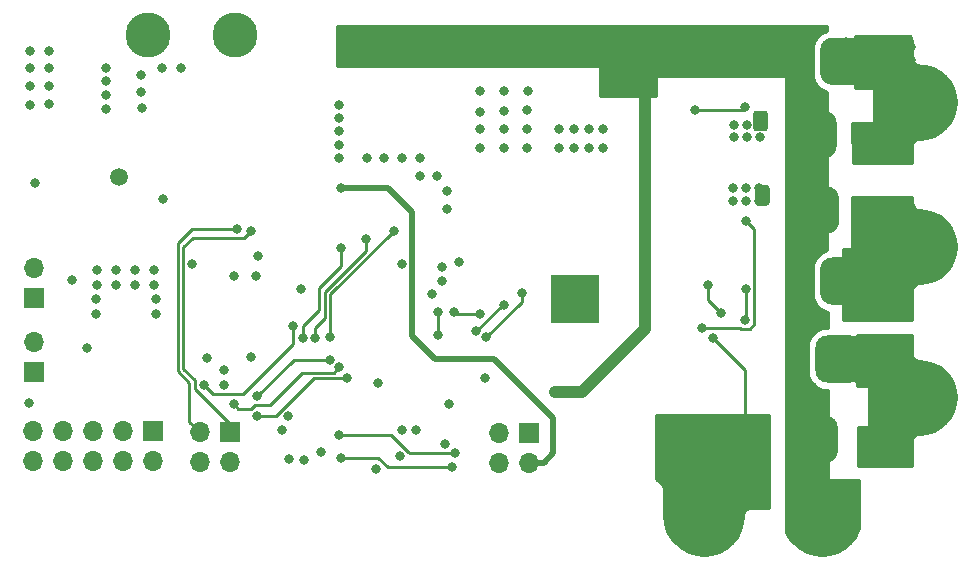
<source format=gbr>
%TF.GenerationSoftware,KiCad,Pcbnew,(5.1.6)-1*%
%TF.CreationDate,2021-03-31T23:30:28+02:00*%
%TF.ProjectId,DRIVER_8323_based,44524956-4552-45f3-9833-32335f626173,rev?*%
%TF.SameCoordinates,Original*%
%TF.FileFunction,Copper,L4,Bot*%
%TF.FilePolarity,Positive*%
%FSLAX46Y46*%
G04 Gerber Fmt 4.6, Leading zero omitted, Abs format (unit mm)*
G04 Created by KiCad (PCBNEW (5.1.6)-1) date 2021-03-31 23:30:28*
%MOMM*%
%LPD*%
G01*
G04 APERTURE LIST*
%TA.AperFunction,ComponentPad*%
%ADD10O,1.700000X1.700000*%
%TD*%
%TA.AperFunction,ComponentPad*%
%ADD11R,1.700000X1.700000*%
%TD*%
%TA.AperFunction,ComponentPad*%
%ADD12C,3.800000*%
%TD*%
%TA.AperFunction,ComponentPad*%
%ADD13C,5.400000*%
%TD*%
%TA.AperFunction,Conductor*%
%ADD14R,4.150000X4.150000*%
%TD*%
%TA.AperFunction,ViaPad*%
%ADD15C,0.500000*%
%TD*%
%TA.AperFunction,ViaPad*%
%ADD16C,0.800000*%
%TD*%
%TA.AperFunction,ViaPad*%
%ADD17C,1.500000*%
%TD*%
%TA.AperFunction,Conductor*%
%ADD18C,0.250000*%
%TD*%
%TA.AperFunction,Conductor*%
%ADD19C,1.000000*%
%TD*%
%TA.AperFunction,Conductor*%
%ADD20C,0.500000*%
%TD*%
%TA.AperFunction,Conductor*%
%ADD21C,0.254000*%
%TD*%
G04 APERTURE END LIST*
%TO.P,C26,2*%
%TO.N,GND*%
%TA.AperFunction,SMDPad,CuDef*%
G36*
G01*
X146175000Y-51225000D02*
X146175000Y-52475000D01*
G75*
G02*
X145925000Y-52725000I-250000J0D01*
G01*
X145175000Y-52725000D01*
G75*
G02*
X144925000Y-52475000I0J250000D01*
G01*
X144925000Y-51225000D01*
G75*
G02*
X145175000Y-50975000I250000J0D01*
G01*
X145925000Y-50975000D01*
G75*
G02*
X146175000Y-51225000I0J-250000D01*
G01*
G37*
%TD.AperFunction*%
%TO.P,C26,1*%
%TO.N,+48V*%
%TA.AperFunction,SMDPad,CuDef*%
G36*
G01*
X148975000Y-51225000D02*
X148975000Y-52475000D01*
G75*
G02*
X148725000Y-52725000I-250000J0D01*
G01*
X147975000Y-52725000D01*
G75*
G02*
X147725000Y-52475000I0J250000D01*
G01*
X147725000Y-51225000D01*
G75*
G02*
X147975000Y-50975000I250000J0D01*
G01*
X148725000Y-50975000D01*
G75*
G02*
X148975000Y-51225000I0J-250000D01*
G01*
G37*
%TD.AperFunction*%
%TD*%
%TO.P,C25,2*%
%TO.N,GND*%
%TA.AperFunction,SMDPad,CuDef*%
G36*
G01*
X146125000Y-80475000D02*
X146125000Y-81725000D01*
G75*
G02*
X145875000Y-81975000I-250000J0D01*
G01*
X145125000Y-81975000D01*
G75*
G02*
X144875000Y-81725000I0J250000D01*
G01*
X144875000Y-80475000D01*
G75*
G02*
X145125000Y-80225000I250000J0D01*
G01*
X145875000Y-80225000D01*
G75*
G02*
X146125000Y-80475000I0J-250000D01*
G01*
G37*
%TD.AperFunction*%
%TO.P,C25,1*%
%TO.N,+48V*%
%TA.AperFunction,SMDPad,CuDef*%
G36*
G01*
X148925000Y-80475000D02*
X148925000Y-81725000D01*
G75*
G02*
X148675000Y-81975000I-250000J0D01*
G01*
X147925000Y-81975000D01*
G75*
G02*
X147675000Y-81725000I0J250000D01*
G01*
X147675000Y-80475000D01*
G75*
G02*
X147925000Y-80225000I250000J0D01*
G01*
X148675000Y-80225000D01*
G75*
G02*
X148925000Y-80475000I0J-250000D01*
G01*
G37*
%TD.AperFunction*%
%TD*%
%TO.P,C24,2*%
%TO.N,GND*%
%TA.AperFunction,SMDPad,CuDef*%
G36*
G01*
X146325000Y-57525000D02*
X146325000Y-58775000D01*
G75*
G02*
X146075000Y-59025000I-250000J0D01*
G01*
X145325000Y-59025000D01*
G75*
G02*
X145075000Y-58775000I0J250000D01*
G01*
X145075000Y-57525000D01*
G75*
G02*
X145325000Y-57275000I250000J0D01*
G01*
X146075000Y-57275000D01*
G75*
G02*
X146325000Y-57525000I0J-250000D01*
G01*
G37*
%TD.AperFunction*%
%TO.P,C24,1*%
%TO.N,+48V*%
%TA.AperFunction,SMDPad,CuDef*%
G36*
G01*
X149125000Y-57525000D02*
X149125000Y-58775000D01*
G75*
G02*
X148875000Y-59025000I-250000J0D01*
G01*
X148125000Y-59025000D01*
G75*
G02*
X147875000Y-58775000I0J250000D01*
G01*
X147875000Y-57525000D01*
G75*
G02*
X148125000Y-57275000I250000J0D01*
G01*
X148875000Y-57275000D01*
G75*
G02*
X149125000Y-57525000I0J-250000D01*
G01*
G37*
%TD.AperFunction*%
%TD*%
D10*
%TO.P,J6,2*%
%TO.N,GND*%
X84000000Y-64260000D03*
D11*
%TO.P,J6,1*%
%TO.N,+3V3*%
X84000000Y-66800000D03*
%TD*%
D10*
%TO.P,J2,2*%
%TO.N,USART1_TX*%
X84000000Y-70560000D03*
D11*
%TO.P,J2,1*%
%TO.N,USART1_RX*%
X84000000Y-73100000D03*
%TD*%
D10*
%TO.P,J5,10*%
%TO.N,NRST*%
X83990000Y-80640000D03*
%TO.P,J5,9*%
%TO.N,GND*%
X83990000Y-78100000D03*
%TO.P,J5,8*%
%TO.N,Net-(J5-Pad8)*%
X86530000Y-80640000D03*
%TO.P,J5,7*%
%TO.N,Net-(J5-Pad7)*%
X86530000Y-78100000D03*
%TO.P,J5,6*%
%TO.N,SWO*%
X89070000Y-80640000D03*
%TO.P,J5,5*%
%TO.N,GND*%
X89070000Y-78100000D03*
%TO.P,J5,4*%
%TO.N,SWCLK*%
X91610000Y-80640000D03*
%TO.P,J5,3*%
%TO.N,GND*%
X91610000Y-78100000D03*
%TO.P,J5,2*%
%TO.N,SWDIO*%
X94150000Y-80640000D03*
D11*
%TO.P,J5,1*%
%TO.N,+3V3*%
X94150000Y-78100000D03*
%TD*%
D10*
%TO.P,J3,4*%
%TO.N,GND*%
X98060000Y-80740000D03*
%TO.P,J3,3*%
%TO.N,i2c1_SCL*%
X98060000Y-78200000D03*
%TO.P,J3,2*%
%TO.N,+3V3*%
X100600000Y-80740000D03*
D11*
%TO.P,J3,1*%
%TO.N,i2c1_SDA*%
X100600000Y-78200000D03*
%TD*%
D10*
%TO.P,J1,4*%
%TO.N,GND*%
X123410000Y-80800000D03*
%TO.P,J1,3*%
%TO.N,encoder_1*%
X123410000Y-78260000D03*
%TO.P,J1,2*%
%TO.N,+12V*%
X125950000Y-80800000D03*
D11*
%TO.P,J1,1*%
%TO.N,encoder_2*%
X125950000Y-78260000D03*
%TD*%
D12*
%TO.P,H7,1*%
%TO.N,GND*%
X101100000Y-44600000D03*
%TD*%
%TO.P,H6,1*%
%TO.N,+12V*%
X93700000Y-44600000D03*
%TD*%
D13*
%TO.P,H5,1*%
%TO.N,SHC*%
X159000000Y-50250000D03*
%TD*%
%TO.P,H4,1*%
%TO.N,SHB*%
X159000000Y-62500000D03*
%TD*%
%TO.P,H3,1*%
%TO.N,SHA*%
X159000000Y-75000000D03*
%TD*%
%TO.P,H2,1*%
%TO.N,GND*%
X140700000Y-85200000D03*
%TD*%
%TO.P,H1,1*%
%TO.N,+48V*%
X150700000Y-85200000D03*
%TD*%
D14*
%TO.N,GND*%
%TO.C,U2*%
X129880000Y-66879216D03*
D15*
X130905000Y-65854216D03*
X130905000Y-66879216D03*
X130905000Y-67904216D03*
X129880000Y-65854216D03*
X129880000Y-66879216D03*
X129880000Y-67904216D03*
X128855000Y-65854216D03*
X128855000Y-66879216D03*
X128855000Y-67904216D03*
%TD*%
%TO.P,J14,1*%
%TO.N,SHC*%
%TA.AperFunction,SMDPad,CuDef*%
G36*
G01*
X150600000Y-47800000D02*
X150600000Y-45800000D01*
G75*
G02*
X151600000Y-44800000I1000000J0D01*
G01*
X153600000Y-44800000D01*
G75*
G02*
X154600000Y-45800000I0J-1000000D01*
G01*
X154600000Y-47800000D01*
G75*
G02*
X153600000Y-48800000I-1000000J0D01*
G01*
X151600000Y-48800000D01*
G75*
G02*
X150600000Y-47800000I0J1000000D01*
G01*
G37*
%TD.AperFunction*%
%TD*%
%TO.P,J13,1*%
%TO.N,SHB*%
%TA.AperFunction,SMDPad,CuDef*%
G36*
G01*
X150600000Y-66400000D02*
X150600000Y-64400000D01*
G75*
G02*
X151600000Y-63400000I1000000J0D01*
G01*
X153600000Y-63400000D01*
G75*
G02*
X154600000Y-64400000I0J-1000000D01*
G01*
X154600000Y-66400000D01*
G75*
G02*
X153600000Y-67400000I-1000000J0D01*
G01*
X151600000Y-67400000D01*
G75*
G02*
X150600000Y-66400000I0J1000000D01*
G01*
G37*
%TD.AperFunction*%
%TD*%
%TO.P,J12,1*%
%TO.N,SHA*%
%TA.AperFunction,SMDPad,CuDef*%
G36*
G01*
X150200000Y-73000000D02*
X150200000Y-71000000D01*
G75*
G02*
X151200000Y-70000000I1000000J0D01*
G01*
X153200000Y-70000000D01*
G75*
G02*
X154200000Y-71000000I0J-1000000D01*
G01*
X154200000Y-73000000D01*
G75*
G02*
X153200000Y-74000000I-1000000J0D01*
G01*
X151200000Y-74000000D01*
G75*
G02*
X150200000Y-73000000I0J1000000D01*
G01*
G37*
%TD.AperFunction*%
%TD*%
%TO.P,J11,1*%
%TO.N,+48V*%
%TA.AperFunction,SMDPad,CuDef*%
G36*
G01*
X148000000Y-54000000D02*
X148000000Y-52000000D01*
G75*
G02*
X149000000Y-51000000I1000000J0D01*
G01*
X151000000Y-51000000D01*
G75*
G02*
X152000000Y-52000000I0J-1000000D01*
G01*
X152000000Y-54000000D01*
G75*
G02*
X151000000Y-55000000I-1000000J0D01*
G01*
X149000000Y-55000000D01*
G75*
G02*
X148000000Y-54000000I0J1000000D01*
G01*
G37*
%TD.AperFunction*%
%TD*%
%TO.P,J10,1*%
%TO.N,+48V*%
%TA.AperFunction,SMDPad,CuDef*%
G36*
G01*
X151100000Y-80800000D02*
X149100000Y-80800000D01*
G75*
G02*
X148100000Y-79800000I0J1000000D01*
G01*
X148100000Y-77800000D01*
G75*
G02*
X149100000Y-76800000I1000000J0D01*
G01*
X151100000Y-76800000D01*
G75*
G02*
X152100000Y-77800000I0J-1000000D01*
G01*
X152100000Y-79800000D01*
G75*
G02*
X151100000Y-80800000I-1000000J0D01*
G01*
G37*
%TD.AperFunction*%
%TD*%
%TO.P,J9,1*%
%TO.N,+48V*%
%TA.AperFunction,SMDPad,CuDef*%
G36*
G01*
X148200000Y-60400000D02*
X148200000Y-58400000D01*
G75*
G02*
X149200000Y-57400000I1000000J0D01*
G01*
X151200000Y-57400000D01*
G75*
G02*
X152200000Y-58400000I0J-1000000D01*
G01*
X152200000Y-60400000D01*
G75*
G02*
X151200000Y-61400000I-1000000J0D01*
G01*
X149200000Y-61400000D01*
G75*
G02*
X148200000Y-60400000I0J1000000D01*
G01*
G37*
%TD.AperFunction*%
%TD*%
D16*
%TO.N,SHA*%
X153600000Y-72600000D03*
X153600000Y-71600000D03*
X153600000Y-70600000D03*
X153600000Y-73600000D03*
X152400000Y-70600000D03*
X152400000Y-71600000D03*
X152400000Y-72600000D03*
X152400000Y-73600000D03*
X158100000Y-70700000D03*
X156900000Y-70700000D03*
X155700000Y-70700000D03*
X155700000Y-72000000D03*
X155700000Y-73200000D03*
X156500000Y-78100000D03*
X155300000Y-78100000D03*
X155300000Y-79400000D03*
X156500000Y-79400000D03*
%TO.N,GND*%
X123800000Y-51000000D03*
X121800000Y-51100000D03*
X121800000Y-52500000D03*
X121800000Y-54100000D03*
X121800000Y-49300000D03*
X123800000Y-49300000D03*
X123800000Y-52500000D03*
X123800000Y-54100000D03*
X125800000Y-54100000D03*
X125800000Y-52500000D03*
X125800000Y-50900000D03*
X125900000Y-49300000D03*
X144400000Y-53200000D03*
X122244000Y-73652000D03*
X145500000Y-52200000D03*
X144400000Y-52200000D03*
X143300000Y-52200000D03*
X143300000Y-53200000D03*
X145500000Y-53200000D03*
X145400000Y-58600000D03*
X144300000Y-58600000D03*
X143200000Y-58600000D03*
X143200000Y-57500000D03*
X144300000Y-57500000D03*
X145400000Y-57500000D03*
X143100000Y-79150000D03*
X143100000Y-80150000D03*
X142000000Y-80150000D03*
X142000000Y-79150000D03*
X141000000Y-77450000D03*
X141000000Y-78450000D03*
X139900000Y-78450000D03*
X139900000Y-77450000D03*
X140024990Y-50900000D03*
X144200000Y-50700000D03*
X118800000Y-79200000D03*
X116400000Y-78000000D03*
X115200000Y-78000000D03*
X113200000Y-74000000D03*
X115000000Y-80200000D03*
X118600000Y-65400000D03*
X118600000Y-64200000D03*
X100950000Y-64950000D03*
X98650000Y-71950000D03*
X88550000Y-71050000D03*
X87250000Y-65350000D03*
X95000000Y-58450000D03*
D17*
X91200000Y-56600000D03*
D16*
X117700000Y-66500000D03*
X102450000Y-71850000D03*
X105550000Y-76850000D03*
X100100000Y-74180000D03*
X103020000Y-63300000D03*
X106650000Y-66070000D03*
X113030000Y-81280000D03*
X112200000Y-55000000D03*
X113700000Y-55000000D03*
X115200000Y-55000000D03*
X116700000Y-55000000D03*
X116700000Y-56500000D03*
X118200000Y-56500000D03*
X119000000Y-59300000D03*
X119000000Y-57800000D03*
X132200000Y-52500000D03*
X132200000Y-54100000D03*
X131000000Y-54100000D03*
X131000000Y-52500000D03*
X129800000Y-52500000D03*
X129800000Y-54100000D03*
X128500000Y-54100000D03*
X128500000Y-52500000D03*
X83600000Y-75700000D03*
X141500000Y-70200000D03*
X144200000Y-77500000D03*
X144200000Y-80150000D03*
X145300000Y-79150000D03*
X144200000Y-79150000D03*
X145300000Y-80150000D03*
X105600000Y-80500000D03*
X106900000Y-80550000D03*
X97400000Y-64000000D03*
X144350000Y-60350000D03*
X140600000Y-69354216D03*
X139900000Y-79500000D03*
X139900000Y-80500000D03*
X141000000Y-80500000D03*
X141000000Y-79500000D03*
X138600000Y-79400000D03*
X137500000Y-80400000D03*
X137500000Y-79400000D03*
X138600000Y-80400000D03*
%TO.N,+3V3*%
X105000000Y-78000000D03*
X94200000Y-64500000D03*
X92600000Y-64500000D03*
X91000000Y-64500000D03*
X89400000Y-64500000D03*
X94200000Y-65700000D03*
X92600000Y-65700000D03*
X91000000Y-65700000D03*
X89400000Y-65700000D03*
X89300000Y-68226000D03*
X94380000Y-68226000D03*
X119200000Y-75800000D03*
X115200000Y-64000000D03*
X100170000Y-72900000D03*
X102860000Y-65010000D03*
X94380000Y-66956000D03*
X89300000Y-66956000D03*
X120020000Y-63820000D03*
X108300000Y-79850000D03*
%TO.N,+48V*%
X129750000Y-44900000D03*
X129750000Y-46150000D03*
X150600000Y-77200000D03*
X150600000Y-77200000D03*
X150600000Y-78200000D03*
X150600000Y-79200000D03*
X150600000Y-80200000D03*
X149400000Y-80200000D03*
X148200000Y-80200000D03*
X148200000Y-79200000D03*
X148200000Y-78200000D03*
X148200000Y-77200000D03*
X149400000Y-78200000D03*
X149400000Y-79200000D03*
X148600000Y-57800000D03*
X149600000Y-57800000D03*
X150600000Y-57800000D03*
X150600000Y-58800000D03*
X149600000Y-58800000D03*
X148600000Y-58800000D03*
X148600000Y-59800000D03*
X149600000Y-59800000D03*
X150600000Y-59800000D03*
X150600000Y-51600000D03*
X149600000Y-51600000D03*
X148600000Y-51600000D03*
X148600000Y-52600000D03*
X149600000Y-52600000D03*
X150600000Y-52600000D03*
X150600000Y-53600000D03*
X149600000Y-53600000D03*
X148600000Y-53600000D03*
X148600000Y-60800000D03*
X150600000Y-60800000D03*
X150600000Y-54600000D03*
X149600000Y-54600000D03*
X148600000Y-54600000D03*
X115800000Y-44800000D03*
X114300000Y-44800000D03*
X112800000Y-44800000D03*
X111300000Y-44800000D03*
X110300000Y-46900000D03*
X110300000Y-45800000D03*
X110300000Y-44800000D03*
X132600000Y-44900000D03*
X131300000Y-44900000D03*
X131300000Y-46200000D03*
X132600000Y-46200000D03*
X132600000Y-47800000D03*
X132600000Y-49200000D03*
X134300000Y-49200000D03*
X135800000Y-49200000D03*
X149400000Y-77200000D03*
X149600000Y-60800000D03*
X128189000Y-74811000D03*
%TO.N,SHB*%
X154000000Y-64800000D03*
X154000000Y-63800000D03*
X153000000Y-63800000D03*
X153000000Y-66800000D03*
X154000000Y-66800000D03*
X154000000Y-65800000D03*
X153000000Y-65800000D03*
X141100000Y-65700000D03*
X153000000Y-64800000D03*
X142200000Y-68080000D03*
X155550000Y-59150000D03*
X156900000Y-59150000D03*
X155750000Y-65500000D03*
X155750000Y-66750000D03*
X155750000Y-68000000D03*
X158300000Y-59100000D03*
X155550000Y-60450000D03*
X155750000Y-64250000D03*
%TO.N,SPB*%
X144300000Y-66100000D03*
X144275000Y-68725000D03*
%TO.N,SHC*%
X153800000Y-46200000D03*
X152800000Y-45200000D03*
X152800000Y-46200000D03*
X153800000Y-45200000D03*
X153800000Y-48200000D03*
X152800000Y-47200000D03*
X152800000Y-48200000D03*
X153800000Y-47200000D03*
X155900000Y-45600000D03*
X157100000Y-45600000D03*
X158300000Y-45600000D03*
X155900000Y-46700000D03*
X158300000Y-46700000D03*
X157100000Y-46700000D03*
X155700000Y-53600000D03*
X156900000Y-53600000D03*
X158100000Y-53600000D03*
%TO.N,NRST*%
X105950000Y-69200000D03*
X98400000Y-74200000D03*
%TO.N,SWO*%
X109094309Y-72045068D03*
X102950000Y-75150000D03*
%TO.N,SWCLK*%
X109850000Y-72700000D03*
X100950000Y-75800000D03*
%TO.N,SWDIO*%
X110500000Y-73600000D03*
X102900000Y-76800000D03*
%TO.N,TIM1_CH3*%
X119600000Y-68000000D03*
X121800000Y-68150000D03*
%TO.N,TIM1_CH1*%
X118250000Y-69975000D03*
X118250000Y-68000000D03*
%TO.N,TIM1_CH2N*%
X121500000Y-69625000D03*
X123850000Y-67404216D03*
%TO.N,TIM1_CH1N*%
X125350000Y-66404216D03*
X122350799Y-70150493D03*
%TO.N,SOC*%
X114500000Y-61125000D03*
X109100000Y-70150000D03*
%TO.N,SOB*%
X107798055Y-70187622D03*
X112150000Y-61850000D03*
%TO.N,SOA*%
X106800000Y-70250000D03*
X110075000Y-62575000D03*
%TO.N,+12V*%
X84150000Y-57100000D03*
X109900000Y-50500000D03*
X109900000Y-51600000D03*
X109900000Y-52700000D03*
X109900000Y-53900000D03*
X109900000Y-55000000D03*
X96500000Y-47400000D03*
X94900000Y-47400000D03*
X93100000Y-47950000D03*
X90100000Y-47350000D03*
X90100000Y-49650000D03*
X83700000Y-45900000D03*
X83700000Y-47400000D03*
X83700000Y-48900000D03*
X83700000Y-50500000D03*
X93150000Y-50750000D03*
X90100000Y-50800000D03*
X93100000Y-49400000D03*
X90100000Y-48500000D03*
X85350000Y-45900000D03*
X85350000Y-47400000D03*
X85300000Y-48900000D03*
X85300000Y-50450000D03*
X110000000Y-57500000D03*
%TO.N,encoder_1*%
X119400000Y-81150000D03*
X110000000Y-80350000D03*
%TO.N,encoder_2*%
X119650000Y-80000000D03*
X109900000Y-78400000D03*
%TO.N,i2c1_SDA*%
X102400000Y-61200000D03*
%TO.N,i2c1_SCL*%
X101212653Y-61012653D03*
%TD*%
D18*
%TO.N,GND*%
X140024990Y-50900000D02*
X144000000Y-50900000D01*
X144000000Y-50900000D02*
X144200000Y-50700000D01*
X141500000Y-70200000D02*
X144200000Y-72900000D01*
X144200000Y-72900000D02*
X144200000Y-77500000D01*
X143831214Y-69354216D02*
X140600000Y-69354216D01*
X145025001Y-61025001D02*
X145025001Y-69048001D01*
X144623001Y-69450001D02*
X143926999Y-69450001D01*
X144350000Y-60350000D02*
X145025001Y-61025001D01*
X145025001Y-69048001D02*
X144623001Y-69450001D01*
X143926999Y-69450001D02*
X143831214Y-69354216D01*
D19*
%TO.N,+48V*%
X135800000Y-49200000D02*
X135800000Y-69450000D01*
X130439000Y-74811000D02*
X128189000Y-74811000D01*
X135800000Y-69450000D02*
X130439000Y-74811000D01*
D18*
%TO.N,SHB*%
X152800000Y-65000000D02*
X153000000Y-64800000D01*
X152574999Y-65374999D02*
X152600000Y-65400000D01*
X141100000Y-66980000D02*
X141100000Y-65700000D01*
X142200000Y-68080000D02*
X141100000Y-66980000D01*
%TO.N,SPB*%
X144300000Y-68700000D02*
X144275000Y-68725000D01*
X144300000Y-66100000D02*
X144300000Y-68700000D01*
%TO.N,NRST*%
X105950000Y-70750000D02*
X105950000Y-69200000D01*
X101700000Y-75000000D02*
X105950000Y-70750000D01*
X98400000Y-74200000D02*
X99200000Y-75000000D01*
X99200000Y-75000000D02*
X101700000Y-75000000D01*
%TO.N,SWO*%
X106054932Y-72045068D02*
X109094309Y-72045068D01*
X102950000Y-75150000D02*
X106054932Y-72045068D01*
%TO.N,SWCLK*%
X104024999Y-75875001D02*
X106750000Y-73150000D01*
X109400000Y-73150000D02*
X109850000Y-72700000D01*
X106750000Y-73150000D02*
X109400000Y-73150000D01*
X100950000Y-75800000D02*
X101350000Y-76200000D01*
X102751997Y-75875001D02*
X104024999Y-75875001D01*
X102426998Y-76200000D02*
X102751997Y-75875001D01*
X101350000Y-76200000D02*
X102426998Y-76200000D01*
%TO.N,SWDIO*%
X107726998Y-73600000D02*
X110500000Y-73600000D01*
X104526998Y-76800000D02*
X107726998Y-73600000D01*
X102900000Y-76800000D02*
X104526998Y-76800000D01*
%TO.N,TIM1_CH3*%
X119750000Y-68150000D02*
X119600000Y-68000000D01*
X121800000Y-68150000D02*
X119750000Y-68150000D01*
%TO.N,TIM1_CH1*%
X118250000Y-69975000D02*
X118250000Y-68000000D01*
%TO.N,TIM1_CH2N*%
X121500000Y-69625000D02*
X123720784Y-67404216D01*
X123720784Y-67404216D02*
X123850000Y-67404216D01*
%TO.N,TIM1_CH1N*%
X125350000Y-66404216D02*
X125350000Y-67151292D01*
X125350000Y-67151292D02*
X122350799Y-70150493D01*
%TO.N,SOC*%
X114500000Y-61125000D02*
X109100000Y-66525000D01*
X109100000Y-66525000D02*
X109100000Y-70150000D01*
%TO.N,SOB*%
X112150000Y-62838590D02*
X112150000Y-61850000D01*
X107798055Y-70187622D02*
X107798055Y-69401945D01*
X108649990Y-66338600D02*
X108694295Y-66294295D01*
X108649990Y-68550010D02*
X108649990Y-66338600D01*
X107798055Y-69401945D02*
X108649990Y-68550010D01*
X108694295Y-66294295D02*
X112150000Y-62838590D01*
%TO.N,SOA*%
X110075000Y-64095000D02*
X110075000Y-62575000D01*
X106800000Y-70250000D02*
X106800000Y-69200000D01*
X108185000Y-67815000D02*
X108185000Y-65985000D01*
X106800000Y-69200000D02*
X108185000Y-67815000D01*
X108185000Y-65985000D02*
X110075000Y-64095000D01*
D20*
%TO.N,+12V*%
X125950000Y-80800000D02*
X127200000Y-80800000D01*
X127200000Y-80800000D02*
X128000000Y-80000000D01*
X128000000Y-80000000D02*
X128000000Y-77000000D01*
X128000000Y-77000000D02*
X123000000Y-72000000D01*
X123000000Y-72000000D02*
X118000000Y-72000000D01*
X116050001Y-70050001D02*
X116050001Y-59550001D01*
X118000000Y-72000000D02*
X116050001Y-70050001D01*
X116050001Y-59550001D02*
X114000000Y-57500000D01*
X114000000Y-57500000D02*
X110000000Y-57500000D01*
D18*
%TO.N,encoder_1*%
X113173002Y-80350000D02*
X110000000Y-80350000D01*
X119400000Y-81150000D02*
X113973002Y-81150000D01*
X113973002Y-81150000D02*
X113173002Y-80350000D01*
%TO.N,encoder_2*%
X114273002Y-78400000D02*
X109900000Y-78400000D01*
X115873002Y-80000000D02*
X115636501Y-79763499D01*
X119650000Y-80000000D02*
X115873002Y-80000000D01*
X115725001Y-79851999D02*
X115636501Y-79763499D01*
X115636501Y-79763499D02*
X114273002Y-78400000D01*
%TO.N,i2c1_SDA*%
X97650028Y-74523030D02*
X97650009Y-73813599D01*
X100600000Y-78200000D02*
X100600000Y-77473002D01*
X100600000Y-77473002D02*
X97650028Y-74523030D01*
X97650009Y-73813599D02*
X96650010Y-72813600D01*
X96650010Y-72813600D02*
X96650010Y-65000000D01*
X96674999Y-64325001D02*
X96674999Y-62525001D01*
X96650010Y-65000000D02*
X96650010Y-64349990D01*
X96650010Y-64349990D02*
X96674999Y-64325001D01*
X101862346Y-61737654D02*
X102400000Y-61200000D01*
X96674999Y-62525001D02*
X97462346Y-61737654D01*
X97462346Y-61737654D02*
X101862346Y-61737654D01*
%TO.N,i2c1_SCL*%
X101212653Y-61012653D02*
X97387347Y-61012653D01*
X97387347Y-61012653D02*
X96200000Y-62200000D01*
X96200000Y-62200000D02*
X96200000Y-73000000D01*
X96200000Y-73000000D02*
X97200000Y-74000000D01*
X97200000Y-77340000D02*
X98060000Y-78200000D01*
X97200000Y-74000000D02*
X97200000Y-77340000D01*
%TD*%
D21*
%TO.N,+48V*%
G36*
X151174145Y-44225644D02*
G01*
X150973137Y-44286619D01*
X150689936Y-44437993D01*
X150441708Y-44641708D01*
X150237993Y-44889936D01*
X150086619Y-45173137D01*
X149993403Y-45480428D01*
X149961928Y-45800000D01*
X149961928Y-47800000D01*
X149993403Y-48119572D01*
X150086619Y-48426863D01*
X150237993Y-48710064D01*
X150441708Y-48958292D01*
X150689936Y-49162007D01*
X150973137Y-49313381D01*
X151185369Y-49377761D01*
X151214641Y-62813359D01*
X150973137Y-62886619D01*
X150689936Y-63037993D01*
X150441708Y-63241708D01*
X150237993Y-63489936D01*
X150086619Y-63773137D01*
X149993403Y-64080428D01*
X149961928Y-64400000D01*
X149961928Y-66400000D01*
X149993403Y-66719572D01*
X150086619Y-67026863D01*
X150237993Y-67310064D01*
X150441708Y-67558292D01*
X150689936Y-67762007D01*
X150973137Y-67913381D01*
X151225919Y-67990062D01*
X151228908Y-69361928D01*
X151200000Y-69361928D01*
X150880428Y-69393403D01*
X150573137Y-69486619D01*
X150289936Y-69637993D01*
X150041708Y-69841708D01*
X149837993Y-70089936D01*
X149686619Y-70373137D01*
X149593403Y-70680428D01*
X149561928Y-71000000D01*
X149561928Y-73000000D01*
X149593403Y-73319572D01*
X149686619Y-73626863D01*
X149837993Y-73910064D01*
X150041708Y-74158292D01*
X150289936Y-74362007D01*
X150573137Y-74513381D01*
X150880428Y-74606597D01*
X151200000Y-74638072D01*
X151240403Y-74638072D01*
X151270678Y-88534477D01*
X150761656Y-88587978D01*
X150101874Y-88523286D01*
X149478430Y-88335057D01*
X148903427Y-88029323D01*
X148398752Y-87617721D01*
X147983638Y-87115933D01*
X147727000Y-86641291D01*
X147727000Y-48150000D01*
X147724560Y-48125224D01*
X147717333Y-48101399D01*
X147705597Y-48079443D01*
X147689803Y-48060197D01*
X147670557Y-48044403D01*
X147648601Y-48032667D01*
X147624776Y-48025440D01*
X147600000Y-48023000D01*
X136800000Y-48023000D01*
X136775224Y-48025440D01*
X136751399Y-48032667D01*
X136729443Y-48044403D01*
X136710197Y-48060197D01*
X136694403Y-48079443D01*
X136682667Y-48101399D01*
X136675440Y-48125224D01*
X136673000Y-48150000D01*
X136673000Y-49773000D01*
X131975761Y-49773000D01*
X131951994Y-47348755D01*
X131949311Y-47324004D01*
X131941851Y-47300251D01*
X131929900Y-47278411D01*
X131913918Y-47259321D01*
X131894519Y-47243717D01*
X131872448Y-47232196D01*
X131848554Y-47225203D01*
X131825000Y-47223000D01*
X109701133Y-47223000D01*
X109677873Y-43827000D01*
X151173276Y-43827000D01*
X151174145Y-44225644D01*
G37*
X151174145Y-44225644D02*
X150973137Y-44286619D01*
X150689936Y-44437993D01*
X150441708Y-44641708D01*
X150237993Y-44889936D01*
X150086619Y-45173137D01*
X149993403Y-45480428D01*
X149961928Y-45800000D01*
X149961928Y-47800000D01*
X149993403Y-48119572D01*
X150086619Y-48426863D01*
X150237993Y-48710064D01*
X150441708Y-48958292D01*
X150689936Y-49162007D01*
X150973137Y-49313381D01*
X151185369Y-49377761D01*
X151214641Y-62813359D01*
X150973137Y-62886619D01*
X150689936Y-63037993D01*
X150441708Y-63241708D01*
X150237993Y-63489936D01*
X150086619Y-63773137D01*
X149993403Y-64080428D01*
X149961928Y-64400000D01*
X149961928Y-66400000D01*
X149993403Y-66719572D01*
X150086619Y-67026863D01*
X150237993Y-67310064D01*
X150441708Y-67558292D01*
X150689936Y-67762007D01*
X150973137Y-67913381D01*
X151225919Y-67990062D01*
X151228908Y-69361928D01*
X151200000Y-69361928D01*
X150880428Y-69393403D01*
X150573137Y-69486619D01*
X150289936Y-69637993D01*
X150041708Y-69841708D01*
X149837993Y-70089936D01*
X149686619Y-70373137D01*
X149593403Y-70680428D01*
X149561928Y-71000000D01*
X149561928Y-73000000D01*
X149593403Y-73319572D01*
X149686619Y-73626863D01*
X149837993Y-73910064D01*
X150041708Y-74158292D01*
X150289936Y-74362007D01*
X150573137Y-74513381D01*
X150880428Y-74606597D01*
X151200000Y-74638072D01*
X151240403Y-74638072D01*
X151270678Y-88534477D01*
X150761656Y-88587978D01*
X150101874Y-88523286D01*
X149478430Y-88335057D01*
X148903427Y-88029323D01*
X148398752Y-87617721D01*
X147983638Y-87115933D01*
X147727000Y-86641291D01*
X147727000Y-48150000D01*
X147724560Y-48125224D01*
X147717333Y-48101399D01*
X147705597Y-48079443D01*
X147689803Y-48060197D01*
X147670557Y-48044403D01*
X147648601Y-48032667D01*
X147624776Y-48025440D01*
X147600000Y-48023000D01*
X136800000Y-48023000D01*
X136775224Y-48025440D01*
X136751399Y-48032667D01*
X136729443Y-48044403D01*
X136710197Y-48060197D01*
X136694403Y-48079443D01*
X136682667Y-48101399D01*
X136675440Y-48125224D01*
X136673000Y-48150000D01*
X136673000Y-49773000D01*
X131975761Y-49773000D01*
X131951994Y-47348755D01*
X131949311Y-47324004D01*
X131941851Y-47300251D01*
X131929900Y-47278411D01*
X131913918Y-47259321D01*
X131894519Y-47243717D01*
X131872448Y-47232196D01*
X131848554Y-47225203D01*
X131825000Y-47223000D01*
X109701133Y-47223000D01*
X109677873Y-43827000D01*
X151173276Y-43827000D01*
X151174145Y-44225644D01*
G36*
X151273000Y-82100000D02*
G01*
X151275440Y-82124776D01*
X151282667Y-82148601D01*
X151294403Y-82170557D01*
X151310197Y-82189803D01*
X151329443Y-82205597D01*
X151351399Y-82217333D01*
X151375224Y-82224560D01*
X151400000Y-82227000D01*
X153873000Y-82227000D01*
X153873000Y-86395897D01*
X153835057Y-86521570D01*
X153529323Y-87096573D01*
X153117721Y-87601248D01*
X152615933Y-88016362D01*
X152043077Y-88326104D01*
X151420961Y-88518682D01*
X150761656Y-88587978D01*
X150101874Y-88523286D01*
X149478430Y-88335057D01*
X148903427Y-88029323D01*
X148398752Y-87617721D01*
X147983638Y-87115933D01*
X147727000Y-86641291D01*
X147727000Y-81927000D01*
X151273000Y-81927000D01*
X151273000Y-82100000D01*
G37*
X151273000Y-82100000D02*
X151275440Y-82124776D01*
X151282667Y-82148601D01*
X151294403Y-82170557D01*
X151310197Y-82189803D01*
X151329443Y-82205597D01*
X151351399Y-82217333D01*
X151375224Y-82224560D01*
X151400000Y-82227000D01*
X153873000Y-82227000D01*
X153873000Y-86395897D01*
X153835057Y-86521570D01*
X153529323Y-87096573D01*
X153117721Y-87601248D01*
X152615933Y-88016362D01*
X152043077Y-88326104D01*
X151420961Y-88518682D01*
X150761656Y-88587978D01*
X150101874Y-88523286D01*
X149478430Y-88335057D01*
X148903427Y-88029323D01*
X148398752Y-87617721D01*
X147983638Y-87115933D01*
X147727000Y-86641291D01*
X147727000Y-81927000D01*
X151273000Y-81927000D01*
X151273000Y-82100000D01*
%TO.N,SHA*%
G36*
X158340000Y-71532418D02*
G01*
X158349550Y-71629382D01*
X158387290Y-71753792D01*
X158448575Y-71868449D01*
X158531052Y-71968948D01*
X158631550Y-72051425D01*
X158746207Y-72112710D01*
X158870617Y-72150450D01*
X158935552Y-72156845D01*
X158935595Y-72156850D01*
X158936237Y-72156913D01*
X159000000Y-72163193D01*
X159000143Y-72163179D01*
X159599568Y-72221953D01*
X160176303Y-72396079D01*
X160708227Y-72678909D01*
X161175088Y-73059672D01*
X161559103Y-73523866D01*
X161845639Y-74053803D01*
X162023788Y-74629309D01*
X162086760Y-75228446D01*
X162032158Y-75828417D01*
X161862064Y-76406347D01*
X161582954Y-76940237D01*
X161205458Y-77409747D01*
X160743958Y-77796991D01*
X160216036Y-78087218D01*
X159641789Y-78269380D01*
X159021651Y-78338939D01*
X159000000Y-78336807D01*
X158870618Y-78349550D01*
X158746208Y-78387290D01*
X158631551Y-78448575D01*
X158531053Y-78531052D01*
X158448576Y-78631550D01*
X158387291Y-78746207D01*
X158349551Y-78870617D01*
X158340001Y-78967581D01*
X158340001Y-78999996D01*
X158340000Y-79000006D01*
X158340001Y-79000016D01*
X158340001Y-81073000D01*
X153777000Y-81073000D01*
X153777000Y-77727000D01*
X154600000Y-77727000D01*
X154624776Y-77724560D01*
X154648601Y-77717333D01*
X154670557Y-77705597D01*
X154689803Y-77689803D01*
X154705597Y-77670557D01*
X154717333Y-77648601D01*
X154724560Y-77624776D01*
X154727000Y-77600000D01*
X154727000Y-74400000D01*
X154724560Y-74375224D01*
X154717333Y-74351399D01*
X154705597Y-74329443D01*
X154689803Y-74310197D01*
X154670557Y-74294403D01*
X154648601Y-74282667D01*
X154624776Y-74275440D01*
X154600000Y-74273000D01*
X153727000Y-74273000D01*
X153727000Y-69927000D01*
X158340000Y-69927000D01*
X158340000Y-71532418D01*
G37*
X158340000Y-71532418D02*
X158349550Y-71629382D01*
X158387290Y-71753792D01*
X158448575Y-71868449D01*
X158531052Y-71968948D01*
X158631550Y-72051425D01*
X158746207Y-72112710D01*
X158870617Y-72150450D01*
X158935552Y-72156845D01*
X158935595Y-72156850D01*
X158936237Y-72156913D01*
X159000000Y-72163193D01*
X159000143Y-72163179D01*
X159599568Y-72221953D01*
X160176303Y-72396079D01*
X160708227Y-72678909D01*
X161175088Y-73059672D01*
X161559103Y-73523866D01*
X161845639Y-74053803D01*
X162023788Y-74629309D01*
X162086760Y-75228446D01*
X162032158Y-75828417D01*
X161862064Y-76406347D01*
X161582954Y-76940237D01*
X161205458Y-77409747D01*
X160743958Y-77796991D01*
X160216036Y-78087218D01*
X159641789Y-78269380D01*
X159021651Y-78338939D01*
X159000000Y-78336807D01*
X158870618Y-78349550D01*
X158746208Y-78387290D01*
X158631551Y-78448575D01*
X158531053Y-78531052D01*
X158448576Y-78631550D01*
X158387291Y-78746207D01*
X158349551Y-78870617D01*
X158340001Y-78967581D01*
X158340001Y-78999996D01*
X158340000Y-79000006D01*
X158340001Y-79000016D01*
X158340001Y-81073000D01*
X153777000Y-81073000D01*
X153777000Y-77727000D01*
X154600000Y-77727000D01*
X154624776Y-77724560D01*
X154648601Y-77717333D01*
X154670557Y-77705597D01*
X154689803Y-77689803D01*
X154705597Y-77670557D01*
X154717333Y-77648601D01*
X154724560Y-77624776D01*
X154727000Y-77600000D01*
X154727000Y-74400000D01*
X154724560Y-74375224D01*
X154717333Y-74351399D01*
X154705597Y-74329443D01*
X154689803Y-74310197D01*
X154670557Y-74294403D01*
X154648601Y-74282667D01*
X154624776Y-74275440D01*
X154600000Y-74273000D01*
X153727000Y-74273000D01*
X153727000Y-69927000D01*
X158340000Y-69927000D01*
X158340000Y-71532418D01*
%TO.N,SHB*%
G36*
X158340000Y-58782418D02*
G01*
X158349550Y-58879382D01*
X158387290Y-59003792D01*
X158448575Y-59118449D01*
X158531052Y-59218948D01*
X158631550Y-59301425D01*
X158746207Y-59362710D01*
X158870617Y-59400450D01*
X158935552Y-59406845D01*
X158935595Y-59406850D01*
X158936237Y-59406913D01*
X159000000Y-59413193D01*
X159000143Y-59413179D01*
X159599568Y-59471953D01*
X160176303Y-59646079D01*
X160708227Y-59928909D01*
X161175088Y-60309672D01*
X161559103Y-60773866D01*
X161845639Y-61303803D01*
X162023788Y-61879309D01*
X162086760Y-62478446D01*
X162032158Y-63078417D01*
X161862064Y-63656347D01*
X161582954Y-64190237D01*
X161205458Y-64659747D01*
X160743958Y-65046991D01*
X160216036Y-65337218D01*
X159641789Y-65519380D01*
X159021651Y-65588939D01*
X159000000Y-65586807D01*
X158870618Y-65599550D01*
X158746208Y-65637290D01*
X158631551Y-65698575D01*
X158531053Y-65781052D01*
X158448576Y-65881550D01*
X158387291Y-65996207D01*
X158349551Y-66120617D01*
X158340001Y-66217581D01*
X158340001Y-66249996D01*
X158340000Y-66250006D01*
X158340001Y-66250016D01*
X158340001Y-68673000D01*
X152527000Y-68673000D01*
X152527000Y-62727000D01*
X153200000Y-62727000D01*
X153224776Y-62724560D01*
X153248601Y-62717333D01*
X153270557Y-62705597D01*
X153289803Y-62689803D01*
X153305597Y-62670557D01*
X153317333Y-62648601D01*
X153324560Y-62624776D01*
X153327000Y-62600000D01*
X153327000Y-58327000D01*
X158340000Y-58327000D01*
X158340000Y-58782418D01*
G37*
X158340000Y-58782418D02*
X158349550Y-58879382D01*
X158387290Y-59003792D01*
X158448575Y-59118449D01*
X158531052Y-59218948D01*
X158631550Y-59301425D01*
X158746207Y-59362710D01*
X158870617Y-59400450D01*
X158935552Y-59406845D01*
X158935595Y-59406850D01*
X158936237Y-59406913D01*
X159000000Y-59413193D01*
X159000143Y-59413179D01*
X159599568Y-59471953D01*
X160176303Y-59646079D01*
X160708227Y-59928909D01*
X161175088Y-60309672D01*
X161559103Y-60773866D01*
X161845639Y-61303803D01*
X162023788Y-61879309D01*
X162086760Y-62478446D01*
X162032158Y-63078417D01*
X161862064Y-63656347D01*
X161582954Y-64190237D01*
X161205458Y-64659747D01*
X160743958Y-65046991D01*
X160216036Y-65337218D01*
X159641789Y-65519380D01*
X159021651Y-65588939D01*
X159000000Y-65586807D01*
X158870618Y-65599550D01*
X158746208Y-65637290D01*
X158631551Y-65698575D01*
X158531053Y-65781052D01*
X158448576Y-65881550D01*
X158387291Y-65996207D01*
X158349551Y-66120617D01*
X158340001Y-66217581D01*
X158340001Y-66249996D01*
X158340000Y-66250006D01*
X158340001Y-66250016D01*
X158340001Y-68673000D01*
X152527000Y-68673000D01*
X152527000Y-62727000D01*
X153200000Y-62727000D01*
X153224776Y-62724560D01*
X153248601Y-62717333D01*
X153270557Y-62705597D01*
X153289803Y-62689803D01*
X153305597Y-62670557D01*
X153317333Y-62648601D01*
X153324560Y-62624776D01*
X153327000Y-62600000D01*
X153327000Y-58327000D01*
X158340000Y-58327000D01*
X158340000Y-58782418D01*
%TO.N,SHC*%
G36*
X158289106Y-44780113D02*
G01*
X158340001Y-45264353D01*
X158340000Y-46532418D01*
X158349550Y-46629382D01*
X158387290Y-46753792D01*
X158448575Y-46868449D01*
X158531052Y-46968948D01*
X158631550Y-47051425D01*
X158746207Y-47112710D01*
X158870617Y-47150450D01*
X158935552Y-47156845D01*
X158935595Y-47156850D01*
X158936237Y-47156913D01*
X159000000Y-47163193D01*
X159000143Y-47163179D01*
X159599568Y-47221953D01*
X160176303Y-47396079D01*
X160708227Y-47678909D01*
X161175088Y-48059672D01*
X161559103Y-48523866D01*
X161845639Y-49053803D01*
X162023788Y-49629309D01*
X162086760Y-50228446D01*
X162032158Y-50828417D01*
X161862064Y-51406347D01*
X161582954Y-51940237D01*
X161205458Y-52409747D01*
X160743958Y-52796991D01*
X160216036Y-53087218D01*
X159641789Y-53269380D01*
X159021651Y-53338939D01*
X159000000Y-53336807D01*
X158870618Y-53349550D01*
X158746208Y-53387290D01*
X158631551Y-53448575D01*
X158531053Y-53531052D01*
X158448576Y-53631550D01*
X158387291Y-53746207D01*
X158349551Y-53870617D01*
X158340001Y-53967581D01*
X158340001Y-53999996D01*
X158340000Y-54000006D01*
X158340001Y-54000016D01*
X158340001Y-55373000D01*
X153375249Y-55373000D01*
X153328776Y-52027000D01*
X155050000Y-52027000D01*
X155074776Y-52024560D01*
X155098601Y-52017333D01*
X155120557Y-52005597D01*
X155139803Y-51989803D01*
X155155597Y-51970557D01*
X155167333Y-51948601D01*
X155174560Y-51924776D01*
X155177000Y-51900000D01*
X155177000Y-49200000D01*
X155174560Y-49175224D01*
X155167333Y-49151399D01*
X155155597Y-49129443D01*
X155139803Y-49110197D01*
X155120557Y-49094403D01*
X155098601Y-49082667D01*
X155074776Y-49075440D01*
X155050000Y-49073000D01*
X153527000Y-49073000D01*
X153527000Y-44627000D01*
X158241709Y-44627000D01*
X158289106Y-44780113D01*
G37*
X158289106Y-44780113D02*
X158340001Y-45264353D01*
X158340000Y-46532418D01*
X158349550Y-46629382D01*
X158387290Y-46753792D01*
X158448575Y-46868449D01*
X158531052Y-46968948D01*
X158631550Y-47051425D01*
X158746207Y-47112710D01*
X158870617Y-47150450D01*
X158935552Y-47156845D01*
X158935595Y-47156850D01*
X158936237Y-47156913D01*
X159000000Y-47163193D01*
X159000143Y-47163179D01*
X159599568Y-47221953D01*
X160176303Y-47396079D01*
X160708227Y-47678909D01*
X161175088Y-48059672D01*
X161559103Y-48523866D01*
X161845639Y-49053803D01*
X162023788Y-49629309D01*
X162086760Y-50228446D01*
X162032158Y-50828417D01*
X161862064Y-51406347D01*
X161582954Y-51940237D01*
X161205458Y-52409747D01*
X160743958Y-52796991D01*
X160216036Y-53087218D01*
X159641789Y-53269380D01*
X159021651Y-53338939D01*
X159000000Y-53336807D01*
X158870618Y-53349550D01*
X158746208Y-53387290D01*
X158631551Y-53448575D01*
X158531053Y-53531052D01*
X158448576Y-53631550D01*
X158387291Y-53746207D01*
X158349551Y-53870617D01*
X158340001Y-53967581D01*
X158340001Y-53999996D01*
X158340000Y-54000006D01*
X158340001Y-54000016D01*
X158340001Y-55373000D01*
X153375249Y-55373000D01*
X153328776Y-52027000D01*
X155050000Y-52027000D01*
X155074776Y-52024560D01*
X155098601Y-52017333D01*
X155120557Y-52005597D01*
X155139803Y-51989803D01*
X155155597Y-51970557D01*
X155167333Y-51948601D01*
X155174560Y-51924776D01*
X155177000Y-51900000D01*
X155177000Y-49200000D01*
X155174560Y-49175224D01*
X155167333Y-49151399D01*
X155155597Y-49129443D01*
X155139803Y-49110197D01*
X155120557Y-49094403D01*
X155098601Y-49082667D01*
X155074776Y-49075440D01*
X155050000Y-49073000D01*
X153527000Y-49073000D01*
X153527000Y-44627000D01*
X158241709Y-44627000D01*
X158289106Y-44780113D01*
%TO.N,GND*%
G36*
X146273000Y-84590000D02*
G01*
X144717581Y-84590000D01*
X144620617Y-84599550D01*
X144496207Y-84637290D01*
X144381550Y-84698575D01*
X144281052Y-84781052D01*
X144198575Y-84881550D01*
X144137290Y-84996207D01*
X144099550Y-85120617D01*
X144086807Y-85250000D01*
X144086821Y-85250143D01*
X144023286Y-85898126D01*
X143835057Y-86521570D01*
X143529323Y-87096573D01*
X143117721Y-87601248D01*
X142615933Y-88016362D01*
X142043077Y-88326104D01*
X141420961Y-88518682D01*
X140761656Y-88587978D01*
X140101874Y-88523286D01*
X139478430Y-88335057D01*
X138903427Y-88029323D01*
X138398752Y-87617721D01*
X137983638Y-87115933D01*
X137673896Y-86543077D01*
X137481318Y-85920961D01*
X137410000Y-85242417D01*
X137410000Y-83217581D01*
X137407251Y-83189671D01*
X137407272Y-83186693D01*
X137406373Y-83177522D01*
X137401311Y-83129360D01*
X137400450Y-83120617D01*
X137400362Y-83120325D01*
X137396173Y-83080473D01*
X137384140Y-83021854D01*
X137372936Y-82963116D01*
X137370272Y-82954294D01*
X137341416Y-82861075D01*
X137318238Y-82805937D01*
X137295825Y-82750463D01*
X137291498Y-82742327D01*
X137245085Y-82656489D01*
X137211645Y-82606913D01*
X137178881Y-82556844D01*
X137173057Y-82549703D01*
X137110855Y-82474514D01*
X137068406Y-82432361D01*
X137026561Y-82389629D01*
X137019460Y-82383755D01*
X136943839Y-82322079D01*
X136894034Y-82288988D01*
X136844650Y-82255174D01*
X136836544Y-82250792D01*
X136750383Y-82204980D01*
X136727000Y-82195343D01*
X136727000Y-76727000D01*
X146273000Y-76727000D01*
X146273000Y-84590000D01*
G37*
X146273000Y-84590000D02*
X144717581Y-84590000D01*
X144620617Y-84599550D01*
X144496207Y-84637290D01*
X144381550Y-84698575D01*
X144281052Y-84781052D01*
X144198575Y-84881550D01*
X144137290Y-84996207D01*
X144099550Y-85120617D01*
X144086807Y-85250000D01*
X144086821Y-85250143D01*
X144023286Y-85898126D01*
X143835057Y-86521570D01*
X143529323Y-87096573D01*
X143117721Y-87601248D01*
X142615933Y-88016362D01*
X142043077Y-88326104D01*
X141420961Y-88518682D01*
X140761656Y-88587978D01*
X140101874Y-88523286D01*
X139478430Y-88335057D01*
X138903427Y-88029323D01*
X138398752Y-87617721D01*
X137983638Y-87115933D01*
X137673896Y-86543077D01*
X137481318Y-85920961D01*
X137410000Y-85242417D01*
X137410000Y-83217581D01*
X137407251Y-83189671D01*
X137407272Y-83186693D01*
X137406373Y-83177522D01*
X137401311Y-83129360D01*
X137400450Y-83120617D01*
X137400362Y-83120325D01*
X137396173Y-83080473D01*
X137384140Y-83021854D01*
X137372936Y-82963116D01*
X137370272Y-82954294D01*
X137341416Y-82861075D01*
X137318238Y-82805937D01*
X137295825Y-82750463D01*
X137291498Y-82742327D01*
X137245085Y-82656489D01*
X137211645Y-82606913D01*
X137178881Y-82556844D01*
X137173057Y-82549703D01*
X137110855Y-82474514D01*
X137068406Y-82432361D01*
X137026561Y-82389629D01*
X137019460Y-82383755D01*
X136943839Y-82322079D01*
X136894034Y-82288988D01*
X136844650Y-82255174D01*
X136836544Y-82250792D01*
X136750383Y-82204980D01*
X136727000Y-82195343D01*
X136727000Y-76727000D01*
X146273000Y-76727000D01*
X146273000Y-84590000D01*
%TD*%
M02*

</source>
